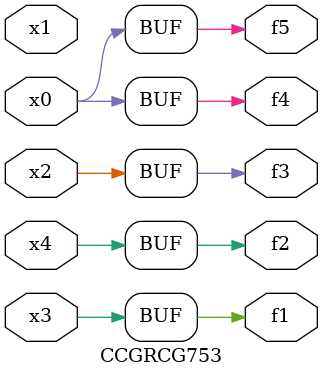
<source format=v>
module CCGRCG753(
	input x0, x1, x2, x3, x4,
	output f1, f2, f3, f4, f5
);
	assign f1 = x3;
	assign f2 = x4;
	assign f3 = x2;
	assign f4 = x0;
	assign f5 = x0;
endmodule

</source>
